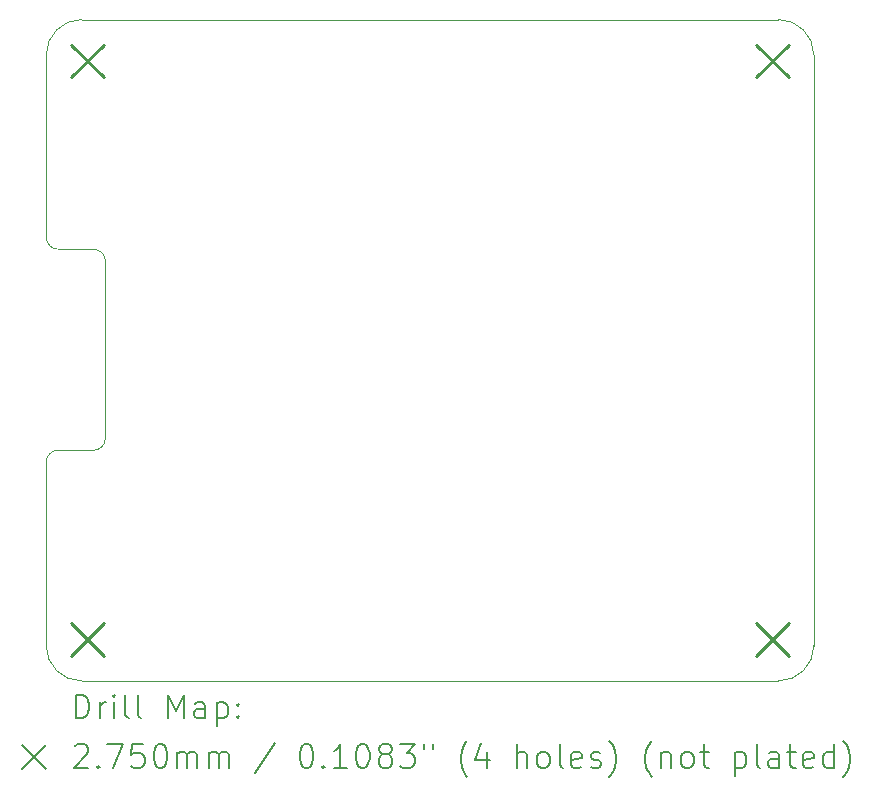
<source format=gbr>
%TF.GenerationSoftware,KiCad,Pcbnew,(6.0.9-0)*%
%TF.CreationDate,2023-02-01T16:38:25-05:00*%
%TF.ProjectId,LM5116-05,4c4d3531-3136-42d3-9035-2e6b69636164,rev?*%
%TF.SameCoordinates,Original*%
%TF.FileFunction,Drillmap*%
%TF.FilePolarity,Positive*%
%FSLAX45Y45*%
G04 Gerber Fmt 4.5, Leading zero omitted, Abs format (unit mm)*
G04 Created by KiCad (PCBNEW (6.0.9-0)) date 2023-02-01 16:38:25*
%MOMM*%
%LPD*%
G01*
G04 APERTURE LIST*
%ADD10C,0.100000*%
%ADD11C,0.200000*%
%ADD12C,0.275000*%
G04 APERTURE END LIST*
D10*
X7854950Y-7924800D02*
X7854636Y-6381761D01*
X7962888Y-8026202D02*
X8255000Y-8026400D01*
X8356600Y-8128000D02*
X8356600Y-9626600D01*
X8255000Y-9728200D02*
X7956550Y-9728200D01*
X7854950Y-9829800D02*
X7854636Y-11381761D01*
X14354635Y-11382285D02*
X14354636Y-6381761D01*
X14054636Y-11681756D02*
G75*
G03*
X14354635Y-11382285I4J299996D01*
G01*
X8154636Y-11681761D02*
X14054636Y-11681761D01*
X8356600Y-8128000D02*
G75*
G03*
X8255000Y-8026400I-101600J0D01*
G01*
X8154636Y-6081756D02*
G75*
G03*
X7854636Y-6381761I4J-300004D01*
G01*
X7956550Y-9728200D02*
G75*
G03*
X7854950Y-9829800I0J-101600D01*
G01*
X7854950Y-7924800D02*
G75*
G03*
X7962929Y-8026199I101600J0D01*
G01*
X14054636Y-6081761D02*
X8154636Y-6081761D01*
X7854639Y-11381761D02*
G75*
G03*
X8154636Y-11681761I300001J1D01*
G01*
X14354639Y-6381761D02*
G75*
G03*
X14054636Y-6081761I-299999J1D01*
G01*
X8255000Y-9728200D02*
G75*
G03*
X8356600Y-9626600I0J101600D01*
G01*
D11*
D12*
X8066500Y-6293500D02*
X8341500Y-6568500D01*
X8341500Y-6293500D02*
X8066500Y-6568500D01*
X8066500Y-11194500D02*
X8341500Y-11469500D01*
X8341500Y-11194500D02*
X8066500Y-11469500D01*
X13865500Y-11193500D02*
X14140500Y-11468500D01*
X14140500Y-11193500D02*
X13865500Y-11468500D01*
X13866500Y-6295500D02*
X14141500Y-6570500D01*
X14141500Y-6295500D02*
X13866500Y-6570500D01*
D11*
X8107255Y-11997237D02*
X8107255Y-11797237D01*
X8154874Y-11797237D01*
X8183445Y-11806761D01*
X8202493Y-11825809D01*
X8212016Y-11844856D01*
X8221540Y-11882951D01*
X8221540Y-11911523D01*
X8212016Y-11949618D01*
X8202493Y-11968666D01*
X8183445Y-11987713D01*
X8154874Y-11997237D01*
X8107255Y-11997237D01*
X8307255Y-11997237D02*
X8307255Y-11863904D01*
X8307255Y-11901999D02*
X8316778Y-11882951D01*
X8326302Y-11873428D01*
X8345350Y-11863904D01*
X8364397Y-11863904D01*
X8431064Y-11997237D02*
X8431064Y-11863904D01*
X8431064Y-11797237D02*
X8421540Y-11806761D01*
X8431064Y-11816285D01*
X8440588Y-11806761D01*
X8431064Y-11797237D01*
X8431064Y-11816285D01*
X8554874Y-11997237D02*
X8535826Y-11987713D01*
X8526302Y-11968666D01*
X8526302Y-11797237D01*
X8659636Y-11997237D02*
X8640588Y-11987713D01*
X8631064Y-11968666D01*
X8631064Y-11797237D01*
X8888207Y-11997237D02*
X8888207Y-11797237D01*
X8954874Y-11940094D01*
X9021540Y-11797237D01*
X9021540Y-11997237D01*
X9202493Y-11997237D02*
X9202493Y-11892475D01*
X9192969Y-11873428D01*
X9173921Y-11863904D01*
X9135826Y-11863904D01*
X9116778Y-11873428D01*
X9202493Y-11987713D02*
X9183445Y-11997237D01*
X9135826Y-11997237D01*
X9116778Y-11987713D01*
X9107255Y-11968666D01*
X9107255Y-11949618D01*
X9116778Y-11930571D01*
X9135826Y-11921047D01*
X9183445Y-11921047D01*
X9202493Y-11911523D01*
X9297731Y-11863904D02*
X9297731Y-12063904D01*
X9297731Y-11873428D02*
X9316778Y-11863904D01*
X9354874Y-11863904D01*
X9373921Y-11873428D01*
X9383445Y-11882951D01*
X9392969Y-11901999D01*
X9392969Y-11959142D01*
X9383445Y-11978190D01*
X9373921Y-11987713D01*
X9354874Y-11997237D01*
X9316778Y-11997237D01*
X9297731Y-11987713D01*
X9478683Y-11978190D02*
X9488207Y-11987713D01*
X9478683Y-11997237D01*
X9469159Y-11987713D01*
X9478683Y-11978190D01*
X9478683Y-11997237D01*
X9478683Y-11873428D02*
X9488207Y-11882951D01*
X9478683Y-11892475D01*
X9469159Y-11882951D01*
X9478683Y-11873428D01*
X9478683Y-11892475D01*
X7649636Y-12226761D02*
X7849636Y-12426761D01*
X7849636Y-12226761D02*
X7649636Y-12426761D01*
X8097731Y-12236285D02*
X8107255Y-12226761D01*
X8126302Y-12217237D01*
X8173921Y-12217237D01*
X8192969Y-12226761D01*
X8202493Y-12236285D01*
X8212016Y-12255332D01*
X8212016Y-12274380D01*
X8202493Y-12302951D01*
X8088207Y-12417237D01*
X8212016Y-12417237D01*
X8297731Y-12398190D02*
X8307255Y-12407713D01*
X8297731Y-12417237D01*
X8288207Y-12407713D01*
X8297731Y-12398190D01*
X8297731Y-12417237D01*
X8373921Y-12217237D02*
X8507255Y-12217237D01*
X8421540Y-12417237D01*
X8678683Y-12217237D02*
X8583445Y-12217237D01*
X8573921Y-12312475D01*
X8583445Y-12302951D01*
X8602493Y-12293428D01*
X8650112Y-12293428D01*
X8669159Y-12302951D01*
X8678683Y-12312475D01*
X8688207Y-12331523D01*
X8688207Y-12379142D01*
X8678683Y-12398190D01*
X8669159Y-12407713D01*
X8650112Y-12417237D01*
X8602493Y-12417237D01*
X8583445Y-12407713D01*
X8573921Y-12398190D01*
X8812017Y-12217237D02*
X8831064Y-12217237D01*
X8850112Y-12226761D01*
X8859636Y-12236285D01*
X8869159Y-12255332D01*
X8878683Y-12293428D01*
X8878683Y-12341047D01*
X8869159Y-12379142D01*
X8859636Y-12398190D01*
X8850112Y-12407713D01*
X8831064Y-12417237D01*
X8812017Y-12417237D01*
X8792969Y-12407713D01*
X8783445Y-12398190D01*
X8773921Y-12379142D01*
X8764398Y-12341047D01*
X8764398Y-12293428D01*
X8773921Y-12255332D01*
X8783445Y-12236285D01*
X8792969Y-12226761D01*
X8812017Y-12217237D01*
X8964398Y-12417237D02*
X8964398Y-12283904D01*
X8964398Y-12302951D02*
X8973921Y-12293428D01*
X8992969Y-12283904D01*
X9021540Y-12283904D01*
X9040588Y-12293428D01*
X9050112Y-12312475D01*
X9050112Y-12417237D01*
X9050112Y-12312475D02*
X9059636Y-12293428D01*
X9078683Y-12283904D01*
X9107255Y-12283904D01*
X9126302Y-12293428D01*
X9135826Y-12312475D01*
X9135826Y-12417237D01*
X9231064Y-12417237D02*
X9231064Y-12283904D01*
X9231064Y-12302951D02*
X9240588Y-12293428D01*
X9259636Y-12283904D01*
X9288207Y-12283904D01*
X9307255Y-12293428D01*
X9316778Y-12312475D01*
X9316778Y-12417237D01*
X9316778Y-12312475D02*
X9326302Y-12293428D01*
X9345350Y-12283904D01*
X9373921Y-12283904D01*
X9392969Y-12293428D01*
X9402493Y-12312475D01*
X9402493Y-12417237D01*
X9792969Y-12207713D02*
X9621540Y-12464856D01*
X10050112Y-12217237D02*
X10069159Y-12217237D01*
X10088207Y-12226761D01*
X10097731Y-12236285D01*
X10107255Y-12255332D01*
X10116778Y-12293428D01*
X10116778Y-12341047D01*
X10107255Y-12379142D01*
X10097731Y-12398190D01*
X10088207Y-12407713D01*
X10069159Y-12417237D01*
X10050112Y-12417237D01*
X10031064Y-12407713D01*
X10021540Y-12398190D01*
X10012017Y-12379142D01*
X10002493Y-12341047D01*
X10002493Y-12293428D01*
X10012017Y-12255332D01*
X10021540Y-12236285D01*
X10031064Y-12226761D01*
X10050112Y-12217237D01*
X10202493Y-12398190D02*
X10212017Y-12407713D01*
X10202493Y-12417237D01*
X10192969Y-12407713D01*
X10202493Y-12398190D01*
X10202493Y-12417237D01*
X10402493Y-12417237D02*
X10288207Y-12417237D01*
X10345350Y-12417237D02*
X10345350Y-12217237D01*
X10326302Y-12245809D01*
X10307255Y-12264856D01*
X10288207Y-12274380D01*
X10526302Y-12217237D02*
X10545350Y-12217237D01*
X10564398Y-12226761D01*
X10573921Y-12236285D01*
X10583445Y-12255332D01*
X10592969Y-12293428D01*
X10592969Y-12341047D01*
X10583445Y-12379142D01*
X10573921Y-12398190D01*
X10564398Y-12407713D01*
X10545350Y-12417237D01*
X10526302Y-12417237D01*
X10507255Y-12407713D01*
X10497731Y-12398190D01*
X10488207Y-12379142D01*
X10478683Y-12341047D01*
X10478683Y-12293428D01*
X10488207Y-12255332D01*
X10497731Y-12236285D01*
X10507255Y-12226761D01*
X10526302Y-12217237D01*
X10707255Y-12302951D02*
X10688207Y-12293428D01*
X10678683Y-12283904D01*
X10669159Y-12264856D01*
X10669159Y-12255332D01*
X10678683Y-12236285D01*
X10688207Y-12226761D01*
X10707255Y-12217237D01*
X10745350Y-12217237D01*
X10764398Y-12226761D01*
X10773921Y-12236285D01*
X10783445Y-12255332D01*
X10783445Y-12264856D01*
X10773921Y-12283904D01*
X10764398Y-12293428D01*
X10745350Y-12302951D01*
X10707255Y-12302951D01*
X10688207Y-12312475D01*
X10678683Y-12321999D01*
X10669159Y-12341047D01*
X10669159Y-12379142D01*
X10678683Y-12398190D01*
X10688207Y-12407713D01*
X10707255Y-12417237D01*
X10745350Y-12417237D01*
X10764398Y-12407713D01*
X10773921Y-12398190D01*
X10783445Y-12379142D01*
X10783445Y-12341047D01*
X10773921Y-12321999D01*
X10764398Y-12312475D01*
X10745350Y-12302951D01*
X10850112Y-12217237D02*
X10973921Y-12217237D01*
X10907255Y-12293428D01*
X10935826Y-12293428D01*
X10954874Y-12302951D01*
X10964398Y-12312475D01*
X10973921Y-12331523D01*
X10973921Y-12379142D01*
X10964398Y-12398190D01*
X10954874Y-12407713D01*
X10935826Y-12417237D01*
X10878683Y-12417237D01*
X10859636Y-12407713D01*
X10850112Y-12398190D01*
X11050112Y-12217237D02*
X11050112Y-12255332D01*
X11126302Y-12217237D02*
X11126302Y-12255332D01*
X11421540Y-12493428D02*
X11412016Y-12483904D01*
X11392969Y-12455332D01*
X11383445Y-12436285D01*
X11373921Y-12407713D01*
X11364397Y-12360094D01*
X11364397Y-12321999D01*
X11373921Y-12274380D01*
X11383445Y-12245809D01*
X11392969Y-12226761D01*
X11412016Y-12198190D01*
X11421540Y-12188666D01*
X11583445Y-12283904D02*
X11583445Y-12417237D01*
X11535826Y-12207713D02*
X11488207Y-12350571D01*
X11612016Y-12350571D01*
X11840588Y-12417237D02*
X11840588Y-12217237D01*
X11926302Y-12417237D02*
X11926302Y-12312475D01*
X11916778Y-12293428D01*
X11897731Y-12283904D01*
X11869159Y-12283904D01*
X11850112Y-12293428D01*
X11840588Y-12302951D01*
X12050112Y-12417237D02*
X12031064Y-12407713D01*
X12021540Y-12398190D01*
X12012016Y-12379142D01*
X12012016Y-12321999D01*
X12021540Y-12302951D01*
X12031064Y-12293428D01*
X12050112Y-12283904D01*
X12078683Y-12283904D01*
X12097731Y-12293428D01*
X12107255Y-12302951D01*
X12116778Y-12321999D01*
X12116778Y-12379142D01*
X12107255Y-12398190D01*
X12097731Y-12407713D01*
X12078683Y-12417237D01*
X12050112Y-12417237D01*
X12231064Y-12417237D02*
X12212016Y-12407713D01*
X12202493Y-12388666D01*
X12202493Y-12217237D01*
X12383445Y-12407713D02*
X12364397Y-12417237D01*
X12326302Y-12417237D01*
X12307255Y-12407713D01*
X12297731Y-12388666D01*
X12297731Y-12312475D01*
X12307255Y-12293428D01*
X12326302Y-12283904D01*
X12364397Y-12283904D01*
X12383445Y-12293428D01*
X12392969Y-12312475D01*
X12392969Y-12331523D01*
X12297731Y-12350571D01*
X12469159Y-12407713D02*
X12488207Y-12417237D01*
X12526302Y-12417237D01*
X12545350Y-12407713D01*
X12554874Y-12388666D01*
X12554874Y-12379142D01*
X12545350Y-12360094D01*
X12526302Y-12350571D01*
X12497731Y-12350571D01*
X12478683Y-12341047D01*
X12469159Y-12321999D01*
X12469159Y-12312475D01*
X12478683Y-12293428D01*
X12497731Y-12283904D01*
X12526302Y-12283904D01*
X12545350Y-12293428D01*
X12621540Y-12493428D02*
X12631064Y-12483904D01*
X12650112Y-12455332D01*
X12659635Y-12436285D01*
X12669159Y-12407713D01*
X12678683Y-12360094D01*
X12678683Y-12321999D01*
X12669159Y-12274380D01*
X12659635Y-12245809D01*
X12650112Y-12226761D01*
X12631064Y-12198190D01*
X12621540Y-12188666D01*
X12983445Y-12493428D02*
X12973921Y-12483904D01*
X12954874Y-12455332D01*
X12945350Y-12436285D01*
X12935826Y-12407713D01*
X12926302Y-12360094D01*
X12926302Y-12321999D01*
X12935826Y-12274380D01*
X12945350Y-12245809D01*
X12954874Y-12226761D01*
X12973921Y-12198190D01*
X12983445Y-12188666D01*
X13059635Y-12283904D02*
X13059635Y-12417237D01*
X13059635Y-12302951D02*
X13069159Y-12293428D01*
X13088207Y-12283904D01*
X13116778Y-12283904D01*
X13135826Y-12293428D01*
X13145350Y-12312475D01*
X13145350Y-12417237D01*
X13269159Y-12417237D02*
X13250112Y-12407713D01*
X13240588Y-12398190D01*
X13231064Y-12379142D01*
X13231064Y-12321999D01*
X13240588Y-12302951D01*
X13250112Y-12293428D01*
X13269159Y-12283904D01*
X13297731Y-12283904D01*
X13316778Y-12293428D01*
X13326302Y-12302951D01*
X13335826Y-12321999D01*
X13335826Y-12379142D01*
X13326302Y-12398190D01*
X13316778Y-12407713D01*
X13297731Y-12417237D01*
X13269159Y-12417237D01*
X13392969Y-12283904D02*
X13469159Y-12283904D01*
X13421540Y-12217237D02*
X13421540Y-12388666D01*
X13431064Y-12407713D01*
X13450112Y-12417237D01*
X13469159Y-12417237D01*
X13688207Y-12283904D02*
X13688207Y-12483904D01*
X13688207Y-12293428D02*
X13707255Y-12283904D01*
X13745350Y-12283904D01*
X13764397Y-12293428D01*
X13773921Y-12302951D01*
X13783445Y-12321999D01*
X13783445Y-12379142D01*
X13773921Y-12398190D01*
X13764397Y-12407713D01*
X13745350Y-12417237D01*
X13707255Y-12417237D01*
X13688207Y-12407713D01*
X13897731Y-12417237D02*
X13878683Y-12407713D01*
X13869159Y-12388666D01*
X13869159Y-12217237D01*
X14059635Y-12417237D02*
X14059635Y-12312475D01*
X14050112Y-12293428D01*
X14031064Y-12283904D01*
X13992969Y-12283904D01*
X13973921Y-12293428D01*
X14059635Y-12407713D02*
X14040588Y-12417237D01*
X13992969Y-12417237D01*
X13973921Y-12407713D01*
X13964397Y-12388666D01*
X13964397Y-12369618D01*
X13973921Y-12350571D01*
X13992969Y-12341047D01*
X14040588Y-12341047D01*
X14059635Y-12331523D01*
X14126302Y-12283904D02*
X14202493Y-12283904D01*
X14154874Y-12217237D02*
X14154874Y-12388666D01*
X14164397Y-12407713D01*
X14183445Y-12417237D01*
X14202493Y-12417237D01*
X14345350Y-12407713D02*
X14326302Y-12417237D01*
X14288207Y-12417237D01*
X14269159Y-12407713D01*
X14259635Y-12388666D01*
X14259635Y-12312475D01*
X14269159Y-12293428D01*
X14288207Y-12283904D01*
X14326302Y-12283904D01*
X14345350Y-12293428D01*
X14354874Y-12312475D01*
X14354874Y-12331523D01*
X14259635Y-12350571D01*
X14526302Y-12417237D02*
X14526302Y-12217237D01*
X14526302Y-12407713D02*
X14507255Y-12417237D01*
X14469159Y-12417237D01*
X14450112Y-12407713D01*
X14440588Y-12398190D01*
X14431064Y-12379142D01*
X14431064Y-12321999D01*
X14440588Y-12302951D01*
X14450112Y-12293428D01*
X14469159Y-12283904D01*
X14507255Y-12283904D01*
X14526302Y-12293428D01*
X14602493Y-12493428D02*
X14612016Y-12483904D01*
X14631064Y-12455332D01*
X14640588Y-12436285D01*
X14650112Y-12407713D01*
X14659635Y-12360094D01*
X14659635Y-12321999D01*
X14650112Y-12274380D01*
X14640588Y-12245809D01*
X14631064Y-12226761D01*
X14612016Y-12198190D01*
X14602493Y-12188666D01*
M02*

</source>
